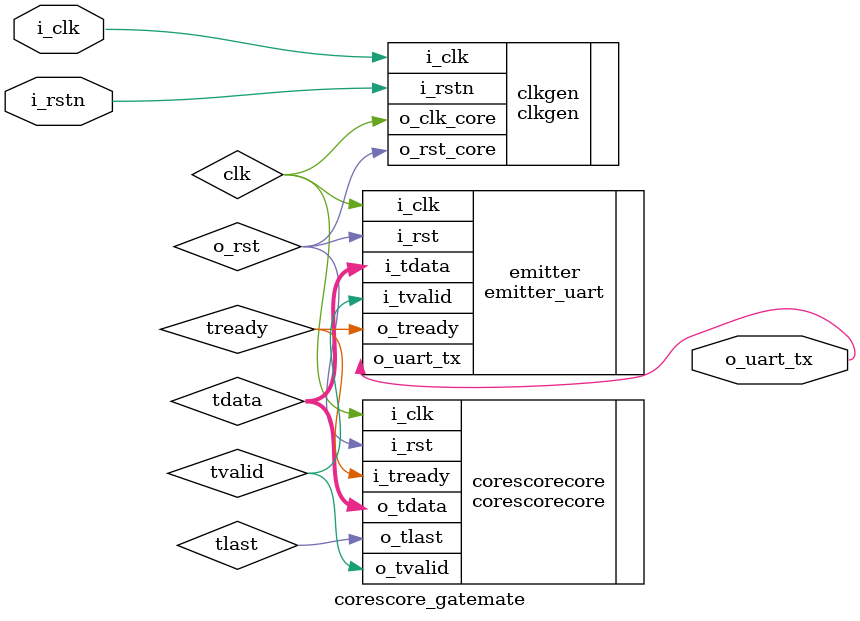
<source format=v>
module corescore_gatemate
  (
   input i_clk,
   input i_rstn,
   output wire o_uart_tx);

   wire        clk;
   wire        o_rst;

  //Create a 16MHz clock from 10MHz using PLL
  clkgen clkgen
    (.i_clk     (i_clk),
     .i_rstn    (i_rstn),
     .o_clk_core(clk),
     .o_rst_core(o_rst));

   wire [7:0]  tdata;
   wire        tlast;
   wire        tvalid;
   wire        tready;

   corescorecore corescorecore
     (.i_clk     (clk),
      .i_rst     (o_rst),
      .o_tdata   (tdata),
      .o_tlast   (tlast),
      .o_tvalid  (tvalid),
      .i_tready  (tready));

   emitter_uart emitter
     (.i_clk     (clk),
      .i_rst     (o_rst),
      .i_tdata    (tdata),
      .i_tvalid   (tvalid),
      .o_tready   (tready),
      .o_uart_tx (o_uart_tx));

endmodule

</source>
